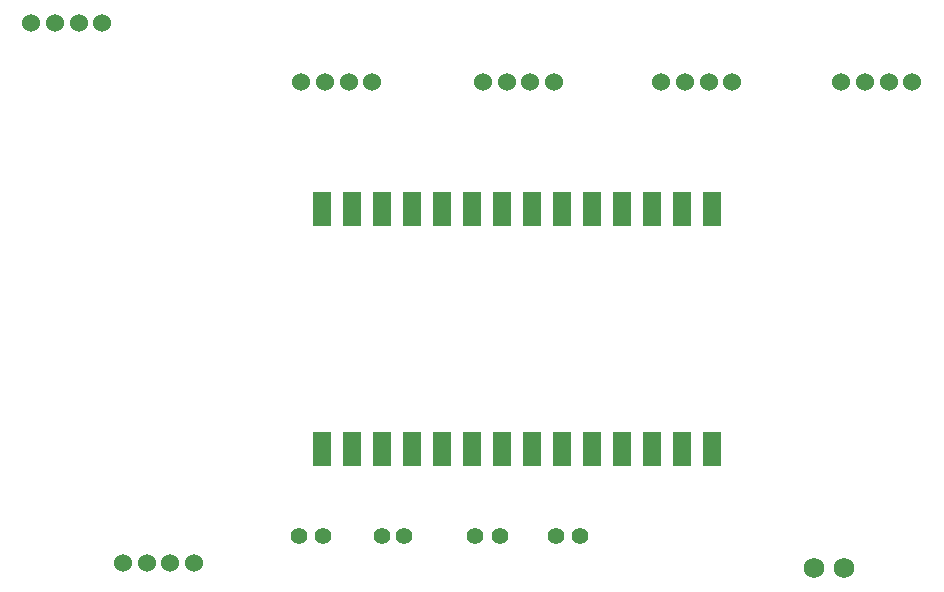
<source format=gtl>
G04 Layer: TopLayer*
G04 EasyEDA v6.4.25, 2021-11-24T08:33:18+01:00*
G04 bd25dea3b5db44dbbe4f44f780b62c0e,10*
G04 Gerber Generator version 0.2*
G04 Scale: 100 percent, Rotated: No, Reflected: No *
G04 Dimensions in millimeters *
G04 leading zeros omitted , absolute positions ,4 integer and 5 decimal *
%FSLAX45Y45*%
%MOMM*%

%ADD11C,1.5240*%
%ADD12R,1.5000X3.0000*%
%ADD13C,1.7500*%
%ADD14C,1.4000*%

%LPD*%
D11*
G01*
X10622000Y9423400D03*
G01*
X10822000Y9423400D03*
G01*
X11021999Y9423400D03*
G01*
X11221999Y9423400D03*
G01*
X11996699Y4851400D03*
G01*
X11396700Y4851400D03*
G01*
X11596700Y4851400D03*
G01*
X11796699Y4851400D03*
G01*
X18079999Y8928100D03*
G01*
X17480000Y8928100D03*
G01*
X17680000Y8928100D03*
G01*
X17879999Y8928100D03*
D12*
G01*
X13081000Y5816600D03*
G01*
X13335000Y5816600D03*
G01*
X13589000Y5816600D03*
G01*
X13843000Y5816600D03*
G01*
X14351000Y5816600D03*
G01*
X14605000Y5816600D03*
G01*
X14859000Y5816600D03*
G01*
X15113000Y5816600D03*
G01*
X15367000Y5816600D03*
G01*
X15621000Y5816600D03*
G01*
X15875000Y5816600D03*
G01*
X16129000Y5816600D03*
G01*
X16383000Y5816600D03*
G01*
X13081000Y7848600D03*
G01*
X13335000Y7848600D03*
G01*
X13589000Y7848600D03*
G01*
X13843000Y7848600D03*
G01*
X14097000Y7848600D03*
G01*
X14351000Y7848600D03*
G01*
X14605000Y7848600D03*
G01*
X14859000Y7848600D03*
G01*
X15113000Y7848600D03*
G01*
X15367000Y7848600D03*
G01*
X15621000Y7848600D03*
G01*
X15875000Y7848600D03*
G01*
X16129000Y7848600D03*
G01*
X16383000Y7848600D03*
G01*
X14097000Y5816600D03*
D11*
G01*
X12908000Y8928100D03*
G01*
X13108000Y8928100D03*
G01*
X13307999Y8928100D03*
G01*
X13507999Y8928100D03*
G01*
X14444700Y8928100D03*
G01*
X14644700Y8928100D03*
G01*
X14844699Y8928100D03*
G01*
X15044699Y8928100D03*
G01*
X15956000Y8928100D03*
G01*
X16156000Y8928100D03*
G01*
X16355999Y8928100D03*
G01*
X16555999Y8928100D03*
D13*
G01*
X17246600Y4813300D03*
G01*
X17500600Y4813300D03*
D14*
G01*
X13093700Y5080000D03*
G01*
X12890500Y5080000D03*
G01*
X13589000Y5080000D03*
G01*
X13779500Y5080000D03*
G01*
X14376400Y5080000D03*
G01*
X14592300Y5080000D03*
G01*
X15062200Y5080000D03*
G01*
X15265400Y5080000D03*
M02*

</source>
